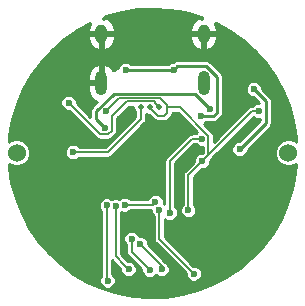
<source format=gbr>
%TF.GenerationSoftware,KiCad,Pcbnew,(5.0.1)-4*%
%TF.CreationDate,2019-05-07T07:57:09+02:00*%
%TF.ProjectId,ESPesh,4553506573682E6B696361645F706362,rev?*%
%TF.SameCoordinates,Original*%
%TF.FileFunction,Copper,L2,Bot,Signal*%
%TF.FilePolarity,Positive*%
%FSLAX46Y46*%
G04 Gerber Fmt 4.6, Leading zero omitted, Abs format (unit mm)*
G04 Created by KiCad (PCBNEW (5.0.1)-4) date 07/05/2019 7:57:09*
%MOMM*%
%LPD*%
G01*
G04 APERTURE LIST*
%ADD10C,1.524000*%
%ADD11O,1.000000X1.600000*%
%ADD12O,1.000000X2.100000*%
%ADD13C,0.600000*%
%ADD14C,0.500000*%
%ADD15C,0.150000*%
%ADD16C,0.250000*%
%ADD17C,0.254000*%
G04 APERTURE END LIST*
D10*
X164590500Y-96710500D03*
X141590500Y-96710500D03*
D11*
X148778500Y-86610500D03*
X157418500Y-86610500D03*
D12*
X148778500Y-90790500D03*
X157418500Y-90790500D03*
D13*
X153162000Y-99123500D03*
X153098500Y-94424500D03*
X146431000Y-94869000D03*
X146431000Y-94107000D03*
X150749000Y-99123500D03*
X155448000Y-99123500D03*
X153098500Y-96774000D03*
X155448000Y-94424500D03*
X150749000Y-94424500D03*
X155448000Y-104711500D03*
X157607000Y-104521000D03*
X158369000Y-104521000D03*
X159131000Y-104521000D03*
X146304000Y-101663500D03*
X147256500Y-101663500D03*
X145986500Y-102298500D03*
X144208500Y-90233500D03*
X143700500Y-89471500D03*
X153035000Y-103632000D03*
X143326500Y-103187500D03*
X153098500Y-84963000D03*
X153924000Y-84963000D03*
X152273000Y-84963000D03*
X162306006Y-89217500D03*
X163004484Y-89852500D03*
X162750500Y-97980500D03*
X164147500Y-100711000D03*
X164401500Y-100139500D03*
X148018500Y-97282000D03*
X143129000Y-97536000D03*
X141351000Y-94932500D03*
X144716500Y-92646500D03*
X157287000Y-95504000D03*
X154559000Y-101790500D03*
X157287000Y-97409000D03*
X162115500Y-93154500D03*
X156134000Y-101549000D03*
X149123587Y-93180087D03*
X150749000Y-101092000D03*
X153348494Y-100842006D03*
D14*
X152844500Y-92836960D03*
D13*
X151320500Y-103968602D03*
X152844500Y-106616500D03*
X152019969Y-104421831D03*
X153860500Y-106553000D03*
X153658901Y-101524758D03*
X156591000Y-106934000D03*
X150823500Y-89662000D03*
X154876500Y-89662000D03*
X157162500Y-93599000D03*
X157988000Y-93020498D03*
X149098000Y-94615000D03*
X161671000Y-91313000D03*
X160464500Y-96393000D03*
X149225000Y-101155500D03*
X149288500Y-107518602D03*
X149970415Y-101238323D03*
X151066500Y-106553000D03*
X145986500Y-92456000D03*
D14*
X153669984Y-92837000D03*
D13*
X146367500Y-96647000D03*
D14*
X152111522Y-92837000D03*
D15*
X154559000Y-97409000D02*
X154559000Y-101790500D01*
X157287000Y-95504000D02*
X156464000Y-95504000D01*
X156464000Y-95504000D02*
X154559000Y-97409000D01*
X157287000Y-97409000D02*
X161541500Y-93154500D01*
X161541500Y-93154500D02*
X162115500Y-93154500D01*
X156134000Y-98562000D02*
X157287000Y-97409000D01*
X156134000Y-101549000D02*
X156134000Y-98562000D01*
X157812001Y-96883999D02*
X157287000Y-97409000D01*
X157812001Y-95251999D02*
X157812001Y-96883999D01*
X154335501Y-92862999D02*
X155423001Y-92862999D01*
X155423001Y-92862999D02*
X157812001Y-95251999D01*
X150749000Y-101092000D02*
X153098500Y-101092000D01*
X153098500Y-101092000D02*
X153348494Y-100842006D01*
X153573541Y-93566001D02*
X153094499Y-93086959D01*
X154335501Y-93319001D02*
X154088501Y-93566001D01*
X154335501Y-92862999D02*
X154335501Y-93319001D01*
X154088501Y-93566001D02*
X153573541Y-93566001D01*
X153094499Y-93086959D02*
X152844500Y-92836960D01*
X154335501Y-92666009D02*
X154335501Y-92862999D01*
X150248174Y-92055500D02*
X153724992Y-92055500D01*
X149123587Y-93180087D02*
X150248174Y-92055500D01*
X153724992Y-92055500D02*
X154335501Y-92666009D01*
X151320500Y-103968602D02*
X151320500Y-105092500D01*
X151320500Y-105092500D02*
X152844500Y-106616500D01*
X152019969Y-104421831D02*
X153860500Y-106262362D01*
X153860500Y-106262362D02*
X153860500Y-106553000D01*
X153658901Y-101524758D02*
X153658901Y-104001901D01*
X153658901Y-104001901D02*
X156591000Y-106934000D01*
D16*
X150823500Y-89662000D02*
X154876500Y-89662000D01*
X155176499Y-89362001D02*
X154876500Y-89662000D01*
X157636030Y-89362001D02*
X155176499Y-89362001D01*
X158563001Y-90288972D02*
X157636030Y-89362001D01*
X158563001Y-93296499D02*
X158563001Y-90288972D01*
X158260500Y-93599000D02*
X158563001Y-93296499D01*
X157162500Y-93599000D02*
X158260500Y-93599000D01*
X149796500Y-91694000D02*
X148336000Y-93154500D01*
X157988000Y-93020498D02*
X156661502Y-91694000D01*
X156661502Y-91694000D02*
X149796500Y-91694000D01*
X148336000Y-93853000D02*
X149098000Y-94615000D01*
X148336000Y-93726000D02*
X148336000Y-93853000D01*
X148336000Y-93154500D02*
X148336000Y-93726000D01*
X162690501Y-94166999D02*
X160464500Y-96393000D01*
X161671000Y-91313000D02*
X162690501Y-92332501D01*
X162690501Y-92332501D02*
X162690501Y-94166999D01*
D15*
X149225000Y-101155500D02*
X149225000Y-107455102D01*
X149225000Y-107455102D02*
X149288500Y-107518602D01*
X149970415Y-105456915D02*
X150766501Y-106253001D01*
X150766501Y-106253001D02*
X151066500Y-106553000D01*
X149970415Y-101238323D02*
X149970415Y-105456915D01*
X153188495Y-92355511D02*
X153419985Y-92587001D01*
X149669500Y-93599000D02*
X150912989Y-92355511D01*
X149669500Y-94820502D02*
X149669500Y-93599000D01*
X150912989Y-92355511D02*
X153188495Y-92355511D01*
X149350001Y-95140001D02*
X149669500Y-94820502D01*
X148670501Y-95140001D02*
X149350001Y-95140001D01*
X153419985Y-92587001D02*
X153669984Y-92837000D01*
X145986500Y-92456000D02*
X148670501Y-95140001D01*
X152111522Y-93190553D02*
X152111522Y-92837000D01*
X152111522Y-93838980D02*
X152111522Y-93190553D01*
X149303502Y-96647000D02*
X152111522Y-93838980D01*
X146367500Y-96647000D02*
X149303502Y-96647000D01*
D17*
G36*
X154545278Y-84577454D02*
X155888719Y-84814339D01*
X157197383Y-85199500D01*
X157291498Y-85239062D01*
X157291498Y-85342545D01*
X157116626Y-85216381D01*
X156705737Y-85418132D01*
X156418498Y-85758822D01*
X156283500Y-86183500D01*
X156283500Y-86483500D01*
X157291500Y-86483500D01*
X157291500Y-86463500D01*
X157545500Y-86463500D01*
X157545500Y-86483500D01*
X158553500Y-86483500D01*
X158553500Y-86183500D01*
X158418502Y-85758822D01*
X158358415Y-85687553D01*
X158454957Y-85728136D01*
X159645768Y-86393657D01*
X160754972Y-87187769D01*
X161768745Y-88100575D01*
X162674450Y-89120695D01*
X163460800Y-90235417D01*
X164117992Y-91430844D01*
X164637835Y-92692078D01*
X165013850Y-94003399D01*
X165241350Y-95348461D01*
X165264827Y-95768380D01*
X165237958Y-95741511D01*
X164817857Y-95567500D01*
X164363143Y-95567500D01*
X163943042Y-95741511D01*
X163621511Y-96063042D01*
X163447500Y-96483143D01*
X163447500Y-96937857D01*
X163621511Y-97357958D01*
X163943042Y-97679489D01*
X164363143Y-97853500D01*
X164817857Y-97853500D01*
X165237958Y-97679489D01*
X165262039Y-97655408D01*
X165198586Y-98411056D01*
X164933618Y-99749242D01*
X164521135Y-101049552D01*
X163966279Y-102295780D01*
X163275965Y-103472391D01*
X162458797Y-104564722D01*
X161524961Y-105559156D01*
X160486097Y-106443299D01*
X159355152Y-107206131D01*
X158146223Y-107838144D01*
X156874379Y-108331460D01*
X155555471Y-108679930D01*
X154205939Y-108879211D01*
X152842605Y-108926820D01*
X151482459Y-108822163D01*
X150142456Y-108566543D01*
X148839298Y-108163149D01*
X147589227Y-107617006D01*
X146407825Y-106934923D01*
X145309816Y-106125401D01*
X144308887Y-105198531D01*
X143417513Y-104165864D01*
X142646804Y-103040272D01*
X142006367Y-101835785D01*
X141504184Y-100567416D01*
X141146514Y-99250973D01*
X140937816Y-97902865D01*
X140927816Y-97664263D01*
X140943042Y-97679489D01*
X141363143Y-97853500D01*
X141817857Y-97853500D01*
X142237958Y-97679489D01*
X142559489Y-97357958D01*
X142733500Y-96937857D01*
X142733500Y-96483143D01*
X142559489Y-96063042D01*
X142237958Y-95741511D01*
X141817857Y-95567500D01*
X141363143Y-95567500D01*
X140943042Y-95741511D01*
X140936029Y-95748524D01*
X140975850Y-95179053D01*
X141222109Y-93837299D01*
X141616396Y-92531356D01*
X141706751Y-92320541D01*
X145305500Y-92320541D01*
X145305500Y-92591459D01*
X145409176Y-92841756D01*
X145600744Y-93033324D01*
X145851041Y-93137000D01*
X146022619Y-93137000D01*
X148316305Y-95430686D01*
X148341744Y-95468758D01*
X148492579Y-95569543D01*
X148625592Y-95596001D01*
X148625596Y-95596001D01*
X148670501Y-95604933D01*
X148715406Y-95596001D01*
X149305097Y-95596001D01*
X149350001Y-95604933D01*
X149394905Y-95596001D01*
X149394910Y-95596001D01*
X149527923Y-95569543D01*
X149678758Y-95468758D01*
X149704197Y-95430687D01*
X149960188Y-95174696D01*
X149998257Y-95149259D01*
X150023694Y-95111190D01*
X150023696Y-95111188D01*
X150099042Y-94998425D01*
X150106424Y-94961313D01*
X150125500Y-94865411D01*
X150125500Y-94865408D01*
X150134432Y-94820502D01*
X150125500Y-94775597D01*
X150125500Y-93787881D01*
X151101871Y-92811511D01*
X151480522Y-92811511D01*
X151480522Y-92962514D01*
X151576586Y-93194433D01*
X151655523Y-93273370D01*
X151655522Y-93650098D01*
X149114621Y-96191000D01*
X146874580Y-96191000D01*
X146753256Y-96069676D01*
X146502959Y-95966000D01*
X146232041Y-95966000D01*
X145981744Y-96069676D01*
X145790176Y-96261244D01*
X145686500Y-96511541D01*
X145686500Y-96782459D01*
X145790176Y-97032756D01*
X145981744Y-97224324D01*
X146232041Y-97328000D01*
X146502959Y-97328000D01*
X146753256Y-97224324D01*
X146874580Y-97103000D01*
X149258598Y-97103000D01*
X149303502Y-97111932D01*
X149348406Y-97103000D01*
X149348411Y-97103000D01*
X149481424Y-97076542D01*
X149632259Y-96975757D01*
X149657698Y-96937685D01*
X152402211Y-94193173D01*
X152440279Y-94167737D01*
X152465716Y-94129668D01*
X152465718Y-94129666D01*
X152541063Y-94016903D01*
X152541064Y-94016902D01*
X152567522Y-93883889D01*
X152567522Y-93883884D01*
X152576454Y-93838980D01*
X152567522Y-93794076D01*
X152567522Y-93405222D01*
X152718986Y-93467960D01*
X152830619Y-93467960D01*
X153219347Y-93856689D01*
X153244784Y-93894758D01*
X153282853Y-93920195D01*
X153282855Y-93920197D01*
X153379475Y-93984756D01*
X153395619Y-93995543D01*
X153528632Y-94022001D01*
X153528636Y-94022001D01*
X153573541Y-94030933D01*
X153618446Y-94022001D01*
X154043597Y-94022001D01*
X154088501Y-94030933D01*
X154133405Y-94022001D01*
X154133410Y-94022001D01*
X154266423Y-93995543D01*
X154417258Y-93894758D01*
X154442697Y-93856686D01*
X154626186Y-93673197D01*
X154664258Y-93647758D01*
X154706832Y-93584042D01*
X154765043Y-93496924D01*
X154778843Y-93427545D01*
X154791501Y-93363910D01*
X154791501Y-93363907D01*
X154800433Y-93319001D01*
X154800433Y-93318999D01*
X155234120Y-93318999D01*
X156871520Y-94956400D01*
X156779920Y-95048000D01*
X156508905Y-95048000D01*
X156464000Y-95039068D01*
X156419094Y-95048000D01*
X156419091Y-95048000D01*
X156316125Y-95068481D01*
X156286077Y-95074458D01*
X156173314Y-95149804D01*
X156173312Y-95149806D01*
X156135243Y-95175243D01*
X156109806Y-95213312D01*
X154268315Y-97054804D01*
X154230243Y-97080243D01*
X154129458Y-97231079D01*
X154103000Y-97364092D01*
X154103000Y-97364096D01*
X154094068Y-97409000D01*
X154103000Y-97453904D01*
X154103001Y-101005778D01*
X154044657Y-100947434D01*
X154029494Y-100941153D01*
X154029494Y-100706547D01*
X153925818Y-100456250D01*
X153734250Y-100264682D01*
X153483953Y-100161006D01*
X153213035Y-100161006D01*
X152962738Y-100264682D01*
X152771170Y-100456250D01*
X152696715Y-100636000D01*
X151256080Y-100636000D01*
X151134756Y-100514676D01*
X150884459Y-100411000D01*
X150613541Y-100411000D01*
X150363244Y-100514676D01*
X150257706Y-100620214D01*
X150105874Y-100557323D01*
X149834956Y-100557323D01*
X149661677Y-100629097D01*
X149610756Y-100578176D01*
X149360459Y-100474500D01*
X149089541Y-100474500D01*
X148839244Y-100578176D01*
X148647676Y-100769744D01*
X148544000Y-101020041D01*
X148544000Y-101290959D01*
X148647676Y-101541256D01*
X148769000Y-101662580D01*
X148769001Y-107075021D01*
X148711176Y-107132846D01*
X148607500Y-107383143D01*
X148607500Y-107654061D01*
X148711176Y-107904358D01*
X148902744Y-108095926D01*
X149153041Y-108199602D01*
X149423959Y-108199602D01*
X149674256Y-108095926D01*
X149865824Y-107904358D01*
X149969500Y-107654061D01*
X149969500Y-107383143D01*
X149865824Y-107132846D01*
X149681000Y-106948022D01*
X149681000Y-105812381D01*
X150385500Y-106516881D01*
X150385500Y-106688459D01*
X150489176Y-106938756D01*
X150680744Y-107130324D01*
X150931041Y-107234000D01*
X151201959Y-107234000D01*
X151452256Y-107130324D01*
X151643824Y-106938756D01*
X151747500Y-106688459D01*
X151747500Y-106417541D01*
X151643824Y-106167244D01*
X151452256Y-105975676D01*
X151201959Y-105872000D01*
X151030381Y-105872000D01*
X150426415Y-105268034D01*
X150426415Y-103833143D01*
X150639500Y-103833143D01*
X150639500Y-104104061D01*
X150743176Y-104354358D01*
X150864500Y-104475682D01*
X150864501Y-105047591D01*
X150855568Y-105092500D01*
X150890959Y-105270422D01*
X150966304Y-105383185D01*
X150966307Y-105383188D01*
X150991744Y-105421257D01*
X151029813Y-105446694D01*
X152163500Y-106580381D01*
X152163500Y-106751959D01*
X152267176Y-107002256D01*
X152458744Y-107193824D01*
X152709041Y-107297500D01*
X152979959Y-107297500D01*
X153230256Y-107193824D01*
X153384250Y-107039830D01*
X153474744Y-107130324D01*
X153725041Y-107234000D01*
X153995959Y-107234000D01*
X154246256Y-107130324D01*
X154437824Y-106938756D01*
X154541500Y-106688459D01*
X154541500Y-106417541D01*
X154437824Y-106167244D01*
X154246256Y-105975676D01*
X154206313Y-105959131D01*
X154189257Y-105933605D01*
X154151189Y-105908169D01*
X152700969Y-104457950D01*
X152700969Y-104286372D01*
X152597293Y-104036075D01*
X152405725Y-103844507D01*
X152155428Y-103740831D01*
X151963263Y-103740831D01*
X151897824Y-103582846D01*
X151706256Y-103391278D01*
X151455959Y-103287602D01*
X151185041Y-103287602D01*
X150934744Y-103391278D01*
X150743176Y-103582846D01*
X150639500Y-103833143D01*
X150426415Y-103833143D01*
X150426415Y-101745403D01*
X150461709Y-101710109D01*
X150613541Y-101773000D01*
X150884459Y-101773000D01*
X151134756Y-101669324D01*
X151256080Y-101548000D01*
X152977901Y-101548000D01*
X152977901Y-101660217D01*
X153081577Y-101910514D01*
X153202901Y-102031838D01*
X153202902Y-103956992D01*
X153193969Y-104001901D01*
X153229360Y-104179823D01*
X153304705Y-104292586D01*
X153304708Y-104292589D01*
X153330145Y-104330658D01*
X153368214Y-104356095D01*
X155910000Y-106897882D01*
X155910000Y-107069459D01*
X156013676Y-107319756D01*
X156205244Y-107511324D01*
X156455541Y-107615000D01*
X156726459Y-107615000D01*
X156976756Y-107511324D01*
X157168324Y-107319756D01*
X157272000Y-107069459D01*
X157272000Y-106798541D01*
X157168324Y-106548244D01*
X156976756Y-106356676D01*
X156726459Y-106253000D01*
X156554882Y-106253000D01*
X154114901Y-103813020D01*
X154114901Y-102309481D01*
X154173244Y-102367824D01*
X154423541Y-102471500D01*
X154694459Y-102471500D01*
X154944756Y-102367824D01*
X155136324Y-102176256D01*
X155240000Y-101925959D01*
X155240000Y-101655041D01*
X155136324Y-101404744D01*
X155015000Y-101283420D01*
X155015000Y-97597881D01*
X156652882Y-95960000D01*
X156779920Y-95960000D01*
X156901244Y-96081324D01*
X157151541Y-96185000D01*
X157356002Y-96185000D01*
X157356002Y-96695117D01*
X157323119Y-96728000D01*
X157151541Y-96728000D01*
X156901244Y-96831676D01*
X156709676Y-97023244D01*
X156606000Y-97273541D01*
X156606000Y-97445119D01*
X155843313Y-98207806D01*
X155805244Y-98233243D01*
X155779807Y-98271312D01*
X155779804Y-98271315D01*
X155704459Y-98384078D01*
X155669068Y-98562000D01*
X155678001Y-98606909D01*
X155678000Y-101041920D01*
X155556676Y-101163244D01*
X155453000Y-101413541D01*
X155453000Y-101684459D01*
X155556676Y-101934756D01*
X155748244Y-102126324D01*
X155998541Y-102230000D01*
X156269459Y-102230000D01*
X156519756Y-102126324D01*
X156711324Y-101934756D01*
X156815000Y-101684459D01*
X156815000Y-101413541D01*
X156711324Y-101163244D01*
X156590000Y-101041920D01*
X156590000Y-98750881D01*
X157250881Y-98090000D01*
X157422459Y-98090000D01*
X157672756Y-97986324D01*
X157864324Y-97794756D01*
X157968000Y-97544459D01*
X157968000Y-97372881D01*
X158102686Y-97238195D01*
X158140758Y-97212756D01*
X158166197Y-97174684D01*
X161669401Y-93671481D01*
X161729744Y-93731824D01*
X161980041Y-93835500D01*
X162184502Y-93835500D01*
X162184502Y-93957406D01*
X160429909Y-95712000D01*
X160329041Y-95712000D01*
X160078744Y-95815676D01*
X159887176Y-96007244D01*
X159783500Y-96257541D01*
X159783500Y-96528459D01*
X159887176Y-96778756D01*
X160078744Y-96970324D01*
X160329041Y-97074000D01*
X160599959Y-97074000D01*
X160850256Y-96970324D01*
X161041824Y-96778756D01*
X161145500Y-96528459D01*
X161145500Y-96427591D01*
X163013056Y-94560036D01*
X163055307Y-94531805D01*
X163131637Y-94417568D01*
X163167142Y-94364431D01*
X163206414Y-94166999D01*
X163196501Y-94117164D01*
X163196501Y-92382334D01*
X163206414Y-92332500D01*
X163186706Y-92233423D01*
X163167142Y-92135070D01*
X163055307Y-91967695D01*
X163013057Y-91939465D01*
X162352000Y-91278409D01*
X162352000Y-91177541D01*
X162248324Y-90927244D01*
X162056756Y-90735676D01*
X161806459Y-90632000D01*
X161535541Y-90632000D01*
X161285244Y-90735676D01*
X161093676Y-90927244D01*
X160990000Y-91177541D01*
X160990000Y-91448459D01*
X161093676Y-91698756D01*
X161285244Y-91890324D01*
X161535541Y-91994000D01*
X161636409Y-91994000D01*
X162115908Y-92473500D01*
X161980041Y-92473500D01*
X161729744Y-92577176D01*
X161608420Y-92698500D01*
X161586405Y-92698500D01*
X161541500Y-92689568D01*
X161496595Y-92698500D01*
X161496591Y-92698500D01*
X161363578Y-92724958D01*
X161212743Y-92825743D01*
X161187304Y-92863815D01*
X158268001Y-95783118D01*
X158268001Y-95296902D01*
X158276933Y-95251998D01*
X158268001Y-95207094D01*
X158268001Y-95207090D01*
X158241543Y-95074077D01*
X158217350Y-95037870D01*
X158166197Y-94961313D01*
X158166195Y-94961311D01*
X158140758Y-94923242D01*
X158102690Y-94897806D01*
X157430135Y-94225251D01*
X157548256Y-94176324D01*
X157619580Y-94105000D01*
X158210666Y-94105000D01*
X158260500Y-94114913D01*
X158310334Y-94105000D01*
X158310335Y-94105000D01*
X158457931Y-94075641D01*
X158625306Y-93963806D01*
X158653539Y-93921552D01*
X158885554Y-93689537D01*
X158927807Y-93661305D01*
X159039642Y-93493930D01*
X159069001Y-93346334D01*
X159069001Y-93346333D01*
X159078914Y-93296500D01*
X159069001Y-93246666D01*
X159069001Y-90338806D01*
X159078914Y-90288972D01*
X159068261Y-90235417D01*
X159039642Y-90091541D01*
X158927807Y-89924166D01*
X158885556Y-89895935D01*
X158029068Y-89039448D01*
X158000836Y-88997195D01*
X157833461Y-88885360D01*
X157685865Y-88856001D01*
X157685864Y-88856001D01*
X157636030Y-88846088D01*
X157586196Y-88856001D01*
X155226334Y-88856001D01*
X155176499Y-88846088D01*
X154979067Y-88885360D01*
X154940964Y-88910820D01*
X154835931Y-88981000D01*
X154741041Y-88981000D01*
X154490744Y-89084676D01*
X154419420Y-89156000D01*
X151280580Y-89156000D01*
X151209256Y-89084676D01*
X150958959Y-88981000D01*
X150688041Y-88981000D01*
X150437744Y-89084676D01*
X150246176Y-89276244D01*
X150142500Y-89526541D01*
X150142500Y-89554500D01*
X150068068Y-89554500D01*
X149808583Y-89661982D01*
X149779284Y-89691281D01*
X149778502Y-89688822D01*
X149491263Y-89348132D01*
X149080374Y-89146381D01*
X148905500Y-89272546D01*
X148905500Y-90663500D01*
X148925500Y-90663500D01*
X148925500Y-90917500D01*
X148905500Y-90917500D01*
X148905500Y-90937500D01*
X148651500Y-90937500D01*
X148651500Y-90917500D01*
X147643500Y-90917500D01*
X147643500Y-91467500D01*
X147778498Y-91892178D01*
X148065737Y-92232868D01*
X148385187Y-92389722D01*
X148013447Y-92761461D01*
X147971194Y-92789694D01*
X147859359Y-92957070D01*
X147833522Y-93086959D01*
X147820087Y-93154500D01*
X147830000Y-93204335D01*
X147830001Y-93654620D01*
X146667500Y-92492119D01*
X146667500Y-92320541D01*
X146563824Y-92070244D01*
X146372256Y-91878676D01*
X146121959Y-91775000D01*
X145851041Y-91775000D01*
X145600744Y-91878676D01*
X145409176Y-92070244D01*
X145305500Y-92320541D01*
X141706751Y-92320541D01*
X142153798Y-91277503D01*
X142815043Y-90113500D01*
X147643500Y-90113500D01*
X147643500Y-90663500D01*
X148651500Y-90663500D01*
X148651500Y-89272546D01*
X148476626Y-89146381D01*
X148065737Y-89348132D01*
X147778498Y-89688822D01*
X147643500Y-90113500D01*
X142815043Y-90113500D01*
X142827617Y-90091367D01*
X143629453Y-88987734D01*
X144549314Y-87980358D01*
X145575732Y-87081797D01*
X146071110Y-86737500D01*
X147643500Y-86737500D01*
X147643500Y-87037500D01*
X147778498Y-87462178D01*
X148065737Y-87802868D01*
X148476626Y-88004619D01*
X148651500Y-87878454D01*
X148651500Y-86737500D01*
X148905500Y-86737500D01*
X148905500Y-87878454D01*
X149080374Y-88004619D01*
X149491263Y-87802868D01*
X149778502Y-87462178D01*
X149913500Y-87037500D01*
X149913500Y-86737500D01*
X156283500Y-86737500D01*
X156283500Y-87037500D01*
X156418498Y-87462178D01*
X156705737Y-87802868D01*
X157116626Y-88004619D01*
X157291500Y-87878454D01*
X157291500Y-86737500D01*
X157545500Y-86737500D01*
X157545500Y-87878454D01*
X157720374Y-88004619D01*
X158131263Y-87802868D01*
X158418502Y-87462178D01*
X158553500Y-87037500D01*
X158553500Y-86737500D01*
X157545500Y-86737500D01*
X157291500Y-86737500D01*
X156283500Y-86737500D01*
X149913500Y-86737500D01*
X148905500Y-86737500D01*
X148651500Y-86737500D01*
X147643500Y-86737500D01*
X146071110Y-86737500D01*
X146695916Y-86303249D01*
X147841907Y-85683614D01*
X147778498Y-85758822D01*
X147643500Y-86183500D01*
X147643500Y-86483500D01*
X148651500Y-86483500D01*
X148651500Y-86463500D01*
X148905500Y-86463500D01*
X148905500Y-86483500D01*
X149913500Y-86483500D01*
X149913500Y-86183500D01*
X149778502Y-85758822D01*
X149491263Y-85418132D01*
X149080374Y-85216381D01*
X148905502Y-85342545D01*
X148905502Y-85246514D01*
X149160735Y-85143393D01*
X150474649Y-84776541D01*
X151821267Y-84558437D01*
X153183804Y-84491798D01*
X154545278Y-84577454D01*
X154545278Y-84577454D01*
G37*
X154545278Y-84577454D02*
X155888719Y-84814339D01*
X157197383Y-85199500D01*
X157291498Y-85239062D01*
X157291498Y-85342545D01*
X157116626Y-85216381D01*
X156705737Y-85418132D01*
X156418498Y-85758822D01*
X156283500Y-86183500D01*
X156283500Y-86483500D01*
X157291500Y-86483500D01*
X157291500Y-86463500D01*
X157545500Y-86463500D01*
X157545500Y-86483500D01*
X158553500Y-86483500D01*
X158553500Y-86183500D01*
X158418502Y-85758822D01*
X158358415Y-85687553D01*
X158454957Y-85728136D01*
X159645768Y-86393657D01*
X160754972Y-87187769D01*
X161768745Y-88100575D01*
X162674450Y-89120695D01*
X163460800Y-90235417D01*
X164117992Y-91430844D01*
X164637835Y-92692078D01*
X165013850Y-94003399D01*
X165241350Y-95348461D01*
X165264827Y-95768380D01*
X165237958Y-95741511D01*
X164817857Y-95567500D01*
X164363143Y-95567500D01*
X163943042Y-95741511D01*
X163621511Y-96063042D01*
X163447500Y-96483143D01*
X163447500Y-96937857D01*
X163621511Y-97357958D01*
X163943042Y-97679489D01*
X164363143Y-97853500D01*
X164817857Y-97853500D01*
X165237958Y-97679489D01*
X165262039Y-97655408D01*
X165198586Y-98411056D01*
X164933618Y-99749242D01*
X164521135Y-101049552D01*
X163966279Y-102295780D01*
X163275965Y-103472391D01*
X162458797Y-104564722D01*
X161524961Y-105559156D01*
X160486097Y-106443299D01*
X159355152Y-107206131D01*
X158146223Y-107838144D01*
X156874379Y-108331460D01*
X155555471Y-108679930D01*
X154205939Y-108879211D01*
X152842605Y-108926820D01*
X151482459Y-108822163D01*
X150142456Y-108566543D01*
X148839298Y-108163149D01*
X147589227Y-107617006D01*
X146407825Y-106934923D01*
X145309816Y-106125401D01*
X144308887Y-105198531D01*
X143417513Y-104165864D01*
X142646804Y-103040272D01*
X142006367Y-101835785D01*
X141504184Y-100567416D01*
X141146514Y-99250973D01*
X140937816Y-97902865D01*
X140927816Y-97664263D01*
X140943042Y-97679489D01*
X141363143Y-97853500D01*
X141817857Y-97853500D01*
X142237958Y-97679489D01*
X142559489Y-97357958D01*
X142733500Y-96937857D01*
X142733500Y-96483143D01*
X142559489Y-96063042D01*
X142237958Y-95741511D01*
X141817857Y-95567500D01*
X141363143Y-95567500D01*
X140943042Y-95741511D01*
X140936029Y-95748524D01*
X140975850Y-95179053D01*
X141222109Y-93837299D01*
X141616396Y-92531356D01*
X141706751Y-92320541D01*
X145305500Y-92320541D01*
X145305500Y-92591459D01*
X145409176Y-92841756D01*
X145600744Y-93033324D01*
X145851041Y-93137000D01*
X146022619Y-93137000D01*
X148316305Y-95430686D01*
X148341744Y-95468758D01*
X148492579Y-95569543D01*
X148625592Y-95596001D01*
X148625596Y-95596001D01*
X148670501Y-95604933D01*
X148715406Y-95596001D01*
X149305097Y-95596001D01*
X149350001Y-95604933D01*
X149394905Y-95596001D01*
X149394910Y-95596001D01*
X149527923Y-95569543D01*
X149678758Y-95468758D01*
X149704197Y-95430687D01*
X149960188Y-95174696D01*
X149998257Y-95149259D01*
X150023694Y-95111190D01*
X150023696Y-95111188D01*
X150099042Y-94998425D01*
X150106424Y-94961313D01*
X150125500Y-94865411D01*
X150125500Y-94865408D01*
X150134432Y-94820502D01*
X150125500Y-94775597D01*
X150125500Y-93787881D01*
X151101871Y-92811511D01*
X151480522Y-92811511D01*
X151480522Y-92962514D01*
X151576586Y-93194433D01*
X151655523Y-93273370D01*
X151655522Y-93650098D01*
X149114621Y-96191000D01*
X146874580Y-96191000D01*
X146753256Y-96069676D01*
X146502959Y-95966000D01*
X146232041Y-95966000D01*
X145981744Y-96069676D01*
X145790176Y-96261244D01*
X145686500Y-96511541D01*
X145686500Y-96782459D01*
X145790176Y-97032756D01*
X145981744Y-97224324D01*
X146232041Y-97328000D01*
X146502959Y-97328000D01*
X146753256Y-97224324D01*
X146874580Y-97103000D01*
X149258598Y-97103000D01*
X149303502Y-97111932D01*
X149348406Y-97103000D01*
X149348411Y-97103000D01*
X149481424Y-97076542D01*
X149632259Y-96975757D01*
X149657698Y-96937685D01*
X152402211Y-94193173D01*
X152440279Y-94167737D01*
X152465716Y-94129668D01*
X152465718Y-94129666D01*
X152541063Y-94016903D01*
X152541064Y-94016902D01*
X152567522Y-93883889D01*
X152567522Y-93883884D01*
X152576454Y-93838980D01*
X152567522Y-93794076D01*
X152567522Y-93405222D01*
X152718986Y-93467960D01*
X152830619Y-93467960D01*
X153219347Y-93856689D01*
X153244784Y-93894758D01*
X153282853Y-93920195D01*
X153282855Y-93920197D01*
X153379475Y-93984756D01*
X153395619Y-93995543D01*
X153528632Y-94022001D01*
X153528636Y-94022001D01*
X153573541Y-94030933D01*
X153618446Y-94022001D01*
X154043597Y-94022001D01*
X154088501Y-94030933D01*
X154133405Y-94022001D01*
X154133410Y-94022001D01*
X154266423Y-93995543D01*
X154417258Y-93894758D01*
X154442697Y-93856686D01*
X154626186Y-93673197D01*
X154664258Y-93647758D01*
X154706832Y-93584042D01*
X154765043Y-93496924D01*
X154778843Y-93427545D01*
X154791501Y-93363910D01*
X154791501Y-93363907D01*
X154800433Y-93319001D01*
X154800433Y-93318999D01*
X155234120Y-93318999D01*
X156871520Y-94956400D01*
X156779920Y-95048000D01*
X156508905Y-95048000D01*
X156464000Y-95039068D01*
X156419094Y-95048000D01*
X156419091Y-95048000D01*
X156316125Y-95068481D01*
X156286077Y-95074458D01*
X156173314Y-95149804D01*
X156173312Y-95149806D01*
X156135243Y-95175243D01*
X156109806Y-95213312D01*
X154268315Y-97054804D01*
X154230243Y-97080243D01*
X154129458Y-97231079D01*
X154103000Y-97364092D01*
X154103000Y-97364096D01*
X154094068Y-97409000D01*
X154103000Y-97453904D01*
X154103001Y-101005778D01*
X154044657Y-100947434D01*
X154029494Y-100941153D01*
X154029494Y-100706547D01*
X153925818Y-100456250D01*
X153734250Y-100264682D01*
X153483953Y-100161006D01*
X153213035Y-100161006D01*
X152962738Y-100264682D01*
X152771170Y-100456250D01*
X152696715Y-100636000D01*
X151256080Y-100636000D01*
X151134756Y-100514676D01*
X150884459Y-100411000D01*
X150613541Y-100411000D01*
X150363244Y-100514676D01*
X150257706Y-100620214D01*
X150105874Y-100557323D01*
X149834956Y-100557323D01*
X149661677Y-100629097D01*
X149610756Y-100578176D01*
X149360459Y-100474500D01*
X149089541Y-100474500D01*
X148839244Y-100578176D01*
X148647676Y-100769744D01*
X148544000Y-101020041D01*
X148544000Y-101290959D01*
X148647676Y-101541256D01*
X148769000Y-101662580D01*
X148769001Y-107075021D01*
X148711176Y-107132846D01*
X148607500Y-107383143D01*
X148607500Y-107654061D01*
X148711176Y-107904358D01*
X148902744Y-108095926D01*
X149153041Y-108199602D01*
X149423959Y-108199602D01*
X149674256Y-108095926D01*
X149865824Y-107904358D01*
X149969500Y-107654061D01*
X149969500Y-107383143D01*
X149865824Y-107132846D01*
X149681000Y-106948022D01*
X149681000Y-105812381D01*
X150385500Y-106516881D01*
X150385500Y-106688459D01*
X150489176Y-106938756D01*
X150680744Y-107130324D01*
X150931041Y-107234000D01*
X151201959Y-107234000D01*
X151452256Y-107130324D01*
X151643824Y-106938756D01*
X151747500Y-106688459D01*
X151747500Y-106417541D01*
X151643824Y-106167244D01*
X151452256Y-105975676D01*
X151201959Y-105872000D01*
X151030381Y-105872000D01*
X150426415Y-105268034D01*
X150426415Y-103833143D01*
X150639500Y-103833143D01*
X150639500Y-104104061D01*
X150743176Y-104354358D01*
X150864500Y-104475682D01*
X150864501Y-105047591D01*
X150855568Y-105092500D01*
X150890959Y-105270422D01*
X150966304Y-105383185D01*
X150966307Y-105383188D01*
X150991744Y-105421257D01*
X151029813Y-105446694D01*
X152163500Y-106580381D01*
X152163500Y-106751959D01*
X152267176Y-107002256D01*
X152458744Y-107193824D01*
X152709041Y-107297500D01*
X152979959Y-107297500D01*
X153230256Y-107193824D01*
X153384250Y-107039830D01*
X153474744Y-107130324D01*
X153725041Y-107234000D01*
X153995959Y-107234000D01*
X154246256Y-107130324D01*
X154437824Y-106938756D01*
X154541500Y-106688459D01*
X154541500Y-106417541D01*
X154437824Y-106167244D01*
X154246256Y-105975676D01*
X154206313Y-105959131D01*
X154189257Y-105933605D01*
X154151189Y-105908169D01*
X152700969Y-104457950D01*
X152700969Y-104286372D01*
X152597293Y-104036075D01*
X152405725Y-103844507D01*
X152155428Y-103740831D01*
X151963263Y-103740831D01*
X151897824Y-103582846D01*
X151706256Y-103391278D01*
X151455959Y-103287602D01*
X151185041Y-103287602D01*
X150934744Y-103391278D01*
X150743176Y-103582846D01*
X150639500Y-103833143D01*
X150426415Y-103833143D01*
X150426415Y-101745403D01*
X150461709Y-101710109D01*
X150613541Y-101773000D01*
X150884459Y-101773000D01*
X151134756Y-101669324D01*
X151256080Y-101548000D01*
X152977901Y-101548000D01*
X152977901Y-101660217D01*
X153081577Y-101910514D01*
X153202901Y-102031838D01*
X153202902Y-103956992D01*
X153193969Y-104001901D01*
X153229360Y-104179823D01*
X153304705Y-104292586D01*
X153304708Y-104292589D01*
X153330145Y-104330658D01*
X153368214Y-104356095D01*
X155910000Y-106897882D01*
X155910000Y-107069459D01*
X156013676Y-107319756D01*
X156205244Y-107511324D01*
X156455541Y-107615000D01*
X156726459Y-107615000D01*
X156976756Y-107511324D01*
X157168324Y-107319756D01*
X157272000Y-107069459D01*
X157272000Y-106798541D01*
X157168324Y-106548244D01*
X156976756Y-106356676D01*
X156726459Y-106253000D01*
X156554882Y-106253000D01*
X154114901Y-103813020D01*
X154114901Y-102309481D01*
X154173244Y-102367824D01*
X154423541Y-102471500D01*
X154694459Y-102471500D01*
X154944756Y-102367824D01*
X155136324Y-102176256D01*
X155240000Y-101925959D01*
X155240000Y-101655041D01*
X155136324Y-101404744D01*
X155015000Y-101283420D01*
X155015000Y-97597881D01*
X156652882Y-95960000D01*
X156779920Y-95960000D01*
X156901244Y-96081324D01*
X157151541Y-96185000D01*
X157356002Y-96185000D01*
X157356002Y-96695117D01*
X157323119Y-96728000D01*
X157151541Y-96728000D01*
X156901244Y-96831676D01*
X156709676Y-97023244D01*
X156606000Y-97273541D01*
X156606000Y-97445119D01*
X155843313Y-98207806D01*
X155805244Y-98233243D01*
X155779807Y-98271312D01*
X155779804Y-98271315D01*
X155704459Y-98384078D01*
X155669068Y-98562000D01*
X155678001Y-98606909D01*
X155678000Y-101041920D01*
X155556676Y-101163244D01*
X155453000Y-101413541D01*
X155453000Y-101684459D01*
X155556676Y-101934756D01*
X155748244Y-102126324D01*
X155998541Y-102230000D01*
X156269459Y-102230000D01*
X156519756Y-102126324D01*
X156711324Y-101934756D01*
X156815000Y-101684459D01*
X156815000Y-101413541D01*
X156711324Y-101163244D01*
X156590000Y-101041920D01*
X156590000Y-98750881D01*
X157250881Y-98090000D01*
X157422459Y-98090000D01*
X157672756Y-97986324D01*
X157864324Y-97794756D01*
X157968000Y-97544459D01*
X157968000Y-97372881D01*
X158102686Y-97238195D01*
X158140758Y-97212756D01*
X158166197Y-97174684D01*
X161669401Y-93671481D01*
X161729744Y-93731824D01*
X161980041Y-93835500D01*
X162184502Y-93835500D01*
X162184502Y-93957406D01*
X160429909Y-95712000D01*
X160329041Y-95712000D01*
X160078744Y-95815676D01*
X159887176Y-96007244D01*
X159783500Y-96257541D01*
X159783500Y-96528459D01*
X159887176Y-96778756D01*
X160078744Y-96970324D01*
X160329041Y-97074000D01*
X160599959Y-97074000D01*
X160850256Y-96970324D01*
X161041824Y-96778756D01*
X161145500Y-96528459D01*
X161145500Y-96427591D01*
X163013056Y-94560036D01*
X163055307Y-94531805D01*
X163131637Y-94417568D01*
X163167142Y-94364431D01*
X163206414Y-94166999D01*
X163196501Y-94117164D01*
X163196501Y-92382334D01*
X163206414Y-92332500D01*
X163186706Y-92233423D01*
X163167142Y-92135070D01*
X163055307Y-91967695D01*
X163013057Y-91939465D01*
X162352000Y-91278409D01*
X162352000Y-91177541D01*
X162248324Y-90927244D01*
X162056756Y-90735676D01*
X161806459Y-90632000D01*
X161535541Y-90632000D01*
X161285244Y-90735676D01*
X161093676Y-90927244D01*
X160990000Y-91177541D01*
X160990000Y-91448459D01*
X161093676Y-91698756D01*
X161285244Y-91890324D01*
X161535541Y-91994000D01*
X161636409Y-91994000D01*
X162115908Y-92473500D01*
X161980041Y-92473500D01*
X161729744Y-92577176D01*
X161608420Y-92698500D01*
X161586405Y-92698500D01*
X161541500Y-92689568D01*
X161496595Y-92698500D01*
X161496591Y-92698500D01*
X161363578Y-92724958D01*
X161212743Y-92825743D01*
X161187304Y-92863815D01*
X158268001Y-95783118D01*
X158268001Y-95296902D01*
X158276933Y-95251998D01*
X158268001Y-95207094D01*
X158268001Y-95207090D01*
X158241543Y-95074077D01*
X158217350Y-95037870D01*
X158166197Y-94961313D01*
X158166195Y-94961311D01*
X158140758Y-94923242D01*
X158102690Y-94897806D01*
X157430135Y-94225251D01*
X157548256Y-94176324D01*
X157619580Y-94105000D01*
X158210666Y-94105000D01*
X158260500Y-94114913D01*
X158310334Y-94105000D01*
X158310335Y-94105000D01*
X158457931Y-94075641D01*
X158625306Y-93963806D01*
X158653539Y-93921552D01*
X158885554Y-93689537D01*
X158927807Y-93661305D01*
X159039642Y-93493930D01*
X159069001Y-93346334D01*
X159069001Y-93346333D01*
X159078914Y-93296500D01*
X159069001Y-93246666D01*
X159069001Y-90338806D01*
X159078914Y-90288972D01*
X159068261Y-90235417D01*
X159039642Y-90091541D01*
X158927807Y-89924166D01*
X158885556Y-89895935D01*
X158029068Y-89039448D01*
X158000836Y-88997195D01*
X157833461Y-88885360D01*
X157685865Y-88856001D01*
X157685864Y-88856001D01*
X157636030Y-88846088D01*
X157586196Y-88856001D01*
X155226334Y-88856001D01*
X155176499Y-88846088D01*
X154979067Y-88885360D01*
X154940964Y-88910820D01*
X154835931Y-88981000D01*
X154741041Y-88981000D01*
X154490744Y-89084676D01*
X154419420Y-89156000D01*
X151280580Y-89156000D01*
X151209256Y-89084676D01*
X150958959Y-88981000D01*
X150688041Y-88981000D01*
X150437744Y-89084676D01*
X150246176Y-89276244D01*
X150142500Y-89526541D01*
X150142500Y-89554500D01*
X150068068Y-89554500D01*
X149808583Y-89661982D01*
X149779284Y-89691281D01*
X149778502Y-89688822D01*
X149491263Y-89348132D01*
X149080374Y-89146381D01*
X148905500Y-89272546D01*
X148905500Y-90663500D01*
X148925500Y-90663500D01*
X148925500Y-90917500D01*
X148905500Y-90917500D01*
X148905500Y-90937500D01*
X148651500Y-90937500D01*
X148651500Y-90917500D01*
X147643500Y-90917500D01*
X147643500Y-91467500D01*
X147778498Y-91892178D01*
X148065737Y-92232868D01*
X148385187Y-92389722D01*
X148013447Y-92761461D01*
X147971194Y-92789694D01*
X147859359Y-92957070D01*
X147833522Y-93086959D01*
X147820087Y-93154500D01*
X147830000Y-93204335D01*
X147830001Y-93654620D01*
X146667500Y-92492119D01*
X146667500Y-92320541D01*
X146563824Y-92070244D01*
X146372256Y-91878676D01*
X146121959Y-91775000D01*
X145851041Y-91775000D01*
X145600744Y-91878676D01*
X145409176Y-92070244D01*
X145305500Y-92320541D01*
X141706751Y-92320541D01*
X142153798Y-91277503D01*
X142815043Y-90113500D01*
X147643500Y-90113500D01*
X147643500Y-90663500D01*
X148651500Y-90663500D01*
X148651500Y-89272546D01*
X148476626Y-89146381D01*
X148065737Y-89348132D01*
X147778498Y-89688822D01*
X147643500Y-90113500D01*
X142815043Y-90113500D01*
X142827617Y-90091367D01*
X143629453Y-88987734D01*
X144549314Y-87980358D01*
X145575732Y-87081797D01*
X146071110Y-86737500D01*
X147643500Y-86737500D01*
X147643500Y-87037500D01*
X147778498Y-87462178D01*
X148065737Y-87802868D01*
X148476626Y-88004619D01*
X148651500Y-87878454D01*
X148651500Y-86737500D01*
X148905500Y-86737500D01*
X148905500Y-87878454D01*
X149080374Y-88004619D01*
X149491263Y-87802868D01*
X149778502Y-87462178D01*
X149913500Y-87037500D01*
X149913500Y-86737500D01*
X156283500Y-86737500D01*
X156283500Y-87037500D01*
X156418498Y-87462178D01*
X156705737Y-87802868D01*
X157116626Y-88004619D01*
X157291500Y-87878454D01*
X157291500Y-86737500D01*
X157545500Y-86737500D01*
X157545500Y-87878454D01*
X157720374Y-88004619D01*
X158131263Y-87802868D01*
X158418502Y-87462178D01*
X158553500Y-87037500D01*
X158553500Y-86737500D01*
X157545500Y-86737500D01*
X157291500Y-86737500D01*
X156283500Y-86737500D01*
X149913500Y-86737500D01*
X148905500Y-86737500D01*
X148651500Y-86737500D01*
X147643500Y-86737500D01*
X146071110Y-86737500D01*
X146695916Y-86303249D01*
X147841907Y-85683614D01*
X147778498Y-85758822D01*
X147643500Y-86183500D01*
X147643500Y-86483500D01*
X148651500Y-86483500D01*
X148651500Y-86463500D01*
X148905500Y-86463500D01*
X148905500Y-86483500D01*
X149913500Y-86483500D01*
X149913500Y-86183500D01*
X149778502Y-85758822D01*
X149491263Y-85418132D01*
X149080374Y-85216381D01*
X148905502Y-85342545D01*
X148905502Y-85246514D01*
X149160735Y-85143393D01*
X150474649Y-84776541D01*
X151821267Y-84558437D01*
X153183804Y-84491798D01*
X154545278Y-84577454D01*
G36*
X157545500Y-90663500D02*
X157565500Y-90663500D01*
X157565500Y-90917500D01*
X157545500Y-90917500D01*
X157545500Y-90937500D01*
X157291500Y-90937500D01*
X157291500Y-90917500D01*
X157271500Y-90917500D01*
X157271500Y-90663500D01*
X157291500Y-90663500D01*
X157291500Y-90643500D01*
X157545500Y-90643500D01*
X157545500Y-90663500D01*
X157545500Y-90663500D01*
G37*
X157545500Y-90663500D02*
X157565500Y-90663500D01*
X157565500Y-90917500D01*
X157545500Y-90917500D01*
X157545500Y-90937500D01*
X157291500Y-90937500D01*
X157291500Y-90917500D01*
X157271500Y-90917500D01*
X157271500Y-90663500D01*
X157291500Y-90663500D01*
X157291500Y-90643500D01*
X157545500Y-90643500D01*
X157545500Y-90663500D01*
M02*

</source>
